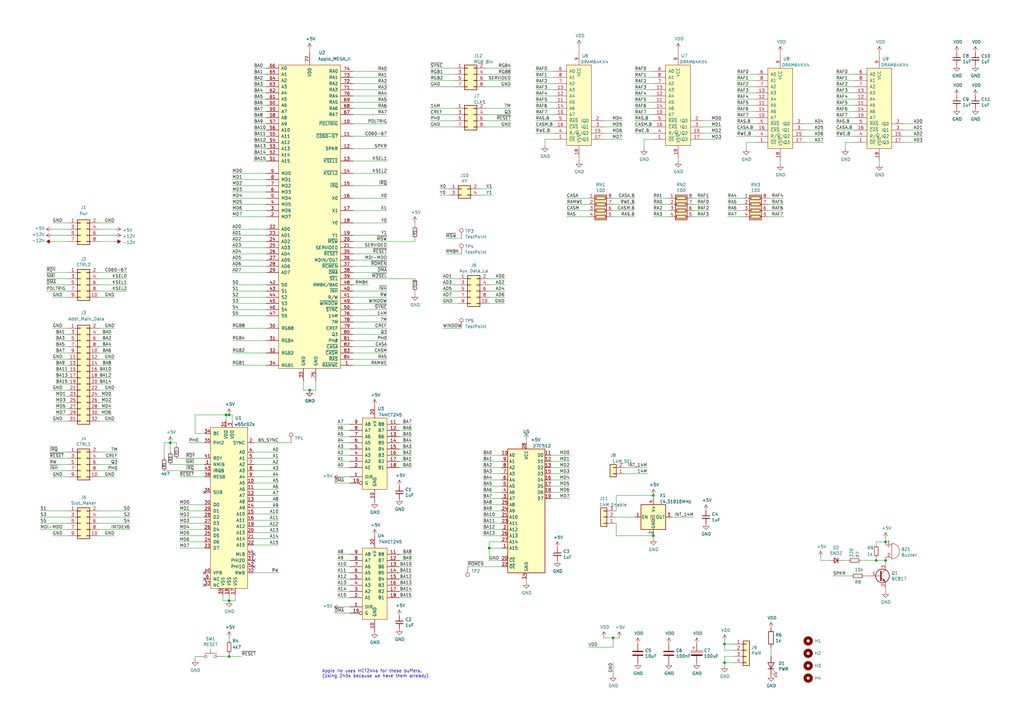
<source format=kicad_sch>
(kicad_sch (version 20230121) (generator eeschema)
  (paper "A3")
  (junction (at 93.98 269.24))
  (junction (at 359.41 229.87))
  (junction (at 69.85 181.61))
  (junction (at 363.22 229.87))
  (junction (at 363.22 222.25))
  (junction (at 93.98 170.18))
  (junction (at 297.18 264.16))
  (junction (at 92.71 170.18))
  (junction (at 297.18 271.78))
  (junction (at 251.46 261.62))
  (junction (at 93.98 246.38))
  (junction (at 200.66 224.79))
  (junction (at 267.97 203.2))
  (junction (at 267.97 219.71))
  (junction (at 127 160.02))
  (no_connect (at 83.82 201.93))
  (no_connect (at 83.82 237.49))
  (no_connect (at 83.82 240.03))
  (no_connect (at 83.82 234.95))
  (no_connect (at 104.14 232.41))
  (no_connect (at 104.14 227.33))
  (no_connect (at 104.14 229.87))
  (wire (pts (xy 267.97 29.21) (xy 260.35 29.21)))
  (wire (pts (xy 109.22 73.66) (xy 95.25 73.66)))
  (wire (pts (xy 227.33 52.07) (xy 219.71 52.07)))
  (wire (pts (xy 309.88 30.48) (xy 302.26 30.48)))
  (wire (pts (xy 80.01 269.24) (xy 80.01 270.51)))
  (wire (pts (xy 158.75 66.04) (xy 144.78 66.04)))
  (wire (pts (xy 158.75 119.38) (xy 144.78 119.38)))
  (wire (pts (xy 297.18 269.24) (xy 300.99 269.24)))
  (wire (pts (xy 163.83 229.87) (xy 168.91 229.87)))
  (wire (pts (xy 256.54 194.31) (xy 265.43 194.31)))
  (wire (pts (xy 109.22 76.2) (xy 95.25 76.2)))
  (wire (pts (xy 163.83 189.23) (xy 168.91 189.23)))
  (wire (pts (xy 219.71 49.53) (xy 227.33 49.53)))
  (wire (pts (xy 163.83 181.61) (xy 168.91 181.61)))
  (wire (pts (xy 205.74 219.71) (xy 198.12 219.71)))
  (wire (pts (xy 124.46 160.02) (xy 127 160.02)))
  (wire (pts (xy 104.14 210.82) (xy 114.3 210.82)))
  (wire (pts (xy 40.64 190.5) (xy 48.26 190.5)))
  (wire (pts (xy 83.82 224.79) (xy 73.66 224.79)))
  (wire (pts (xy 205.74 186.69) (xy 198.12 186.69)))
  (wire (pts (xy 226.06 194.31) (xy 233.68 194.31)))
  (wire (pts (xy 151.13 116.84) (xy 144.78 116.84)))
  (wire (pts (xy 27.94 219.71) (xy 21.59 219.71)))
  (wire (pts (xy 27.94 137.16) (xy 22.86 137.16)))
  (wire (pts (xy 199.39 52.07) (xy 209.55 52.07)))
  (wire (pts (xy 104.14 187.96) (xy 114.3 187.96)))
  (wire (pts (xy 304.8 83.82) (xy 298.45 83.82)))
  (wire (pts (xy 104.14 181.61) (xy 119.38 181.61)))
  (wire (pts (xy 309.88 35.56) (xy 302.26 35.56)))
  (wire (pts (xy 278.13 20.32) (xy 278.13 21.59)))
  (wire (pts (xy 163.83 227.33) (xy 168.91 227.33)))
  (wire (pts (xy 226.06 196.85) (xy 233.68 196.85)))
  (wire (pts (xy 27.94 154.94) (xy 22.86 154.94)))
  (wire (pts (xy 363.22 220.98) (xy 363.22 222.25)))
  (wire (pts (xy 109.22 43.18) (xy 104.14 43.18)))
  (wire (pts (xy 27.94 144.78) (xy 22.86 144.78)))
  (wire (pts (xy 158.75 31.75) (xy 144.78 31.75)))
  (wire (pts (xy 226.06 189.23) (xy 233.68 189.23)))
  (wire (pts (xy 191.77 232.41) (xy 205.74 232.41)))
  (wire (pts (xy 205.74 214.63) (xy 198.12 214.63)))
  (wire (pts (xy 83.82 195.58) (xy 73.66 195.58)))
  (wire (pts (xy 176.53 30.48) (xy 186.69 30.48)))
  (wire (pts (xy 77.47 181.61) (xy 83.82 181.61)))
  (wire (pts (xy 247.65 54.61) (xy 255.27 54.61)))
  (wire (pts (xy 109.22 109.22) (xy 95.25 109.22)))
  (wire (pts (xy 251.46 83.82) (xy 260.35 83.82)))
  (wire (pts (xy 45.72 162.56) (xy 40.64 162.56)))
  (wire (pts (xy 205.74 207.01) (xy 198.12 207.01)))
  (wire (pts (xy 158.75 44.45) (xy 144.78 44.45)))
  (wire (pts (xy 40.64 152.4) (xy 45.72 152.4)))
  (wire (pts (xy 186.69 35.56) (xy 176.53 35.56)))
  (wire (pts (xy 93.98 269.24) (xy 99.06 269.24)))
  (wire (pts (xy 187.96 124.46) (xy 181.61 124.46)))
  (wire (pts (xy 40.64 93.98) (xy 46.99 93.98)))
  (wire (pts (xy 350.52 43.18) (xy 342.9 43.18)))
  (wire (pts (xy 109.22 58.42) (xy 104.14 58.42)))
  (wire (pts (xy 104.14 234.95) (xy 114.3 234.95)))
  (wire (pts (xy 27.94 212.09) (xy 16.51 212.09)))
  (wire (pts (xy 40.64 187.96) (xy 48.26 187.96)))
  (wire (pts (xy 350.52 58.42) (xy 346.71 58.42)))
  (wire (pts (xy 163.83 184.15) (xy 168.91 184.15)))
  (wire (pts (xy 300.99 271.78) (xy 297.18 271.78)))
  (wire (pts (xy 93.98 267.97) (xy 93.98 269.24)))
  (wire (pts (xy 143.51 240.03) (xy 138.43 240.03)))
  (wire (pts (xy 309.88 58.42) (xy 306.07 58.42)))
  (wire (pts (xy 104.14 215.9) (xy 114.3 215.9)))
  (wire (pts (xy 342.9 50.8) (xy 350.52 50.8)))
  (wire (pts (xy 350.52 55.88) (xy 342.9 55.88)))
  (wire (pts (xy 370.84 53.34) (xy 378.46 53.34)))
  (wire (pts (xy 27.94 116.84) (xy 19.05 116.84)))
  (wire (pts (xy 104.14 193.04) (xy 114.3 193.04)))
  (wire (pts (xy 284.48 81.28) (xy 290.83 81.28)))
  (wire (pts (xy 158.75 139.7) (xy 144.78 139.7)))
  (wire (pts (xy 260.35 49.53) (xy 267.97 49.53)))
  (wire (pts (xy 297.18 269.24) (xy 297.18 271.78)))
  (wire (pts (xy 158.75 60.96) (xy 144.78 60.96)))
  (wire (pts (xy 309.88 43.18) (xy 302.26 43.18)))
  (wire (pts (xy 139.7 195.58) (xy 143.51 195.58)))
  (wire (pts (xy 137.16 198.12) (xy 143.51 198.12)))
  (wire (pts (xy 330.2 50.8) (xy 337.82 50.8)))
  (wire (pts (xy 158.75 127) (xy 144.78 127)))
  (wire (pts (xy 205.74 194.31) (xy 198.12 194.31)))
  (wire (pts (xy 109.22 60.96) (xy 104.14 60.96)))
  (wire (pts (xy 304.8 81.28) (xy 298.45 81.28)))
  (wire (pts (xy 143.51 173.99) (xy 138.43 173.99)))
  (wire (pts (xy 182.88 97.79) (xy 189.23 97.79)))
  (wire (pts (xy 350.52 35.56) (xy 342.9 35.56)))
  (wire (pts (xy 320.04 21.59) (xy 320.04 22.86)))
  (wire (pts (xy 330.2 58.42) (xy 337.82 58.42)))
  (wire (pts (xy 186.69 46.99) (xy 176.53 46.99)))
  (wire (pts (xy 52.07 111.76) (xy 40.64 111.76)))
  (wire (pts (xy 267.97 41.91) (xy 260.35 41.91)))
  (wire (pts (xy 40.64 147.32) (xy 46.99 147.32)))
  (wire (pts (xy 144.78 99.06) (xy 170.18 99.06)))
  (wire (pts (xy 187.96 114.3) (xy 181.61 114.3)))
  (wire (pts (xy 226.06 204.47) (xy 233.68 204.47)))
  (wire (pts (xy 267.97 219.71) (xy 267.97 220.98)))
  (wire (pts (xy 158.75 106.68) (xy 144.78 106.68)))
  (wire (pts (xy 91.44 246.38) (xy 93.98 246.38)))
  (wire (pts (xy 109.22 93.98) (xy 95.25 93.98)))
  (wire (pts (xy 27.94 142.24) (xy 22.86 142.24)))
  (wire (pts (xy 93.98 261.62) (xy 93.98 262.89)))
  (wire (pts (xy 40.64 167.64) (xy 45.72 167.64)))
  (wire (pts (xy 241.3 81.28) (xy 232.41 81.28)))
  (wire (pts (xy 109.22 63.5) (xy 104.14 63.5)))
  (wire (pts (xy 241.3 88.9) (xy 232.41 88.9)))
  (wire (pts (xy 83.82 212.09) (xy 73.66 212.09)))
  (wire (pts (xy 370.84 50.8) (xy 378.46 50.8)))
  (wire (pts (xy 201.93 80.01) (xy 196.85 80.01)))
  (wire (pts (xy 16.51 217.17) (xy 27.94 217.17)))
  (wire (pts (xy 200.66 114.3) (xy 207.01 114.3)))
  (wire (pts (xy 109.22 127) (xy 95.25 127)))
  (wire (pts (xy 267.97 57.15) (xy 264.16 57.15)))
  (wire (pts (xy 109.22 121.92) (xy 95.25 121.92)))
  (wire (pts (xy 227.33 29.21) (xy 219.71 29.21)))
  (wire (pts (xy 109.22 40.64) (xy 104.14 40.64)))
  (wire (pts (xy 302.26 53.34) (xy 309.88 53.34)))
  (wire (pts (xy 350.52 48.26) (xy 342.9 48.26)))
  (wire (pts (xy 67.31 181.61) (xy 69.85 181.61)))
  (wire (pts (xy 27.94 157.48) (xy 22.86 157.48)))
  (wire (pts (xy 346.71 58.42) (xy 346.71 60.96)))
  (wire (pts (xy 176.53 33.02) (xy 186.69 33.02)))
  (wire (pts (xy 199.39 35.56) (xy 209.55 35.56)))
  (wire (pts (xy 359.41 229.87) (xy 363.22 229.87)))
  (wire (pts (xy 274.32 86.36) (xy 267.97 86.36)))
  (wire (pts (xy 109.22 106.68) (xy 95.25 106.68)))
  (wire (pts (xy 158.75 111.76) (xy 144.78 111.76)))
  (wire (pts (xy 336.55 229.87) (xy 336.55 228.6)))
  (wire (pts (xy 143.51 245.11) (xy 138.43 245.11)))
  (wire (pts (xy 209.55 27.94) (xy 199.39 27.94)))
  (wire (pts (xy 278.13 64.77) (xy 278.13 66.04)))
  (wire (pts (xy 19.05 119.38) (xy 27.94 119.38)))
  (wire (pts (xy 158.75 36.83) (xy 144.78 36.83)))
  (wire (pts (xy 27.94 170.18) (xy 22.86 170.18)))
  (wire (pts (xy 251.46 261.62) (xy 247.65 261.62)))
  (wire (pts (xy 27.94 172.72) (xy 21.59 172.72)))
  (wire (pts (xy 104.14 185.42) (xy 114.3 185.42)))
  (wire (pts (xy 83.82 219.71) (xy 73.66 219.71)))
  (wire (pts (xy 176.53 27.94) (xy 186.69 27.94)))
  (wire (pts (xy 109.22 66.04) (xy 104.14 66.04)))
  (wire (pts (xy 275.59 212.09) (xy 284.48 212.09)))
  (wire (pts (xy 316.23 265.43) (xy 316.23 269.24)))
  (wire (pts (xy 158.75 96.52) (xy 144.78 96.52)))
  (wire (pts (xy 46.99 96.52) (xy 40.64 96.52)))
  (wire (pts (xy 227.33 44.45) (xy 219.71 44.45)))
  (wire (pts (xy 158.75 104.14) (xy 144.78 104.14)))
  (wire (pts (xy 83.82 187.96) (xy 72.39 187.96)))
  (wire (pts (xy 359.41 222.25) (xy 363.22 222.25)))
  (wire (pts (xy 109.22 83.82) (xy 95.25 83.82)))
  (wire (pts (xy 223.52 57.15) (xy 223.52 59.69)))
  (wire (pts (xy 143.51 234.95) (xy 138.43 234.95)))
  (wire (pts (xy 309.88 33.02) (xy 302.26 33.02)))
  (wire (pts (xy 205.74 229.87) (xy 200.66 229.87)))
  (wire (pts (xy 345.44 229.87) (xy 347.98 229.87)))
  (wire (pts (xy 370.84 55.88) (xy 378.46 55.88)))
  (wire (pts (xy 158.75 34.29) (xy 144.78 34.29)))
  (wire (pts (xy 205.74 191.77) (xy 198.12 191.77)))
  (wire (pts (xy 109.22 71.12) (xy 95.25 71.12)))
  (wire (pts (xy 143.51 229.87) (xy 138.43 229.87)))
  (wire (pts (xy 158.75 71.12) (xy 144.78 71.12)))
  (wire (pts (xy 40.64 212.09) (xy 53.34 212.09)))
  (wire (pts (xy 288.29 54.61) (xy 295.91 54.61)))
  (wire (pts (xy 297.18 271.78) (xy 297.18 273.05)))
  (wire (pts (xy 40.64 209.55) (xy 53.34 209.55)))
  (wire (pts (xy 227.33 54.61) (xy 219.71 54.61)))
  (wire (pts (xy 109.22 124.46) (xy 95.25 124.46)))
  (wire (pts (xy 267.97 39.37) (xy 260.35 39.37)))
  (wire (pts (xy 267.97 52.07) (xy 260.35 52.07)))
  (wire (pts (xy 163.83 240.03) (xy 168.91 240.03)))
  (wire (pts (xy 92.71 170.18) (xy 93.98 170.18)))
  (wire (pts (xy 40.64 195.58) (xy 46.99 195.58)))
  (wire (pts (xy 304.8 86.36) (xy 298.45 86.36)))
  (wire (pts (xy 306.07 58.42) (xy 306.07 60.96)))
  (wire (pts (xy 302.26 50.8) (xy 309.88 50.8)))
  (wire (pts (xy 109.22 38.1) (xy 104.14 38.1)))
  (wire (pts (xy 284.48 86.36) (xy 290.83 86.36)))
  (wire (pts (xy 163.83 176.53) (xy 168.91 176.53)))
  (wire (pts (xy 93.98 170.18) (xy 95.25 170.18)))
  (wire (pts (xy 52.07 114.3) (xy 40.64 114.3)))
  (wire (pts (xy 40.64 142.24) (xy 45.72 142.24)))
  (wire (pts (xy 109.22 55.88) (xy 104.14 55.88)))
  (wire (pts (xy 104.14 220.98) (xy 114.3 220.98)))
  (wire (pts (xy 187.96 116.84) (xy 181.61 116.84)))
  (wire (pts (xy 139.7 248.92) (xy 143.51 248.92)))
  (wire (pts (xy 21.59 96.52) (xy 27.94 96.52)))
  (wire (pts (xy 237.49 64.77) (xy 237.49 66.04)))
  (wire (pts (xy 186.69 49.53) (xy 176.53 49.53)))
  (wire (pts (xy 109.22 144.78) (xy 95.25 144.78)))
  (wire (pts (xy 252.73 219.71) (xy 267.97 219.71)))
  (wire (pts (xy 27.94 121.92) (xy 21.59 121.92)))
  (wire (pts (xy 215.9 180.34) (xy 215.9 181.61)))
  (wire (pts (xy 340.36 229.87) (xy 336.55 229.87)))
  (wire (pts (xy 40.64 121.92) (xy 46.99 121.92)))
  (wire (pts (xy 163.83 173.99) (xy 168.91 173.99)))
  (wire (pts (xy 158.75 55.88) (xy 144.78 55.88)))
  (wire (pts (xy 40.64 134.62) (xy 46.99 134.62)))
  (wire (pts (xy 109.22 104.14) (xy 95.25 104.14)))
  (wire (pts (xy 158.75 144.78) (xy 144.78 144.78)))
  (wire (pts (xy 158.75 147.32) (xy 144.78 147.32)))
  (wire (pts (xy 104.14 195.58) (xy 114.3 195.58)))
  (wire (pts (xy 27.94 185.42) (xy 20.32 185.42)))
  (wire (pts (xy 40.64 217.17) (xy 53.34 217.17)))
  (wire (pts (xy 163.83 245.11) (xy 168.91 245.11)))
  (wire (pts (xy 83.82 209.55) (xy 73.66 209.55)))
  (wire (pts (xy 40.64 99.06) (xy 46.99 99.06)))
  (wire (pts (xy 158.75 121.92) (xy 144.78 121.92)))
  (wire (pts (xy 314.96 81.28) (xy 321.31 81.28)))
  (wire (pts (xy 205.74 199.39) (xy 198.12 199.39)))
  (wire (pts (xy 124.46 156.21) (xy 124.46 160.02)))
  (wire (pts (xy 227.33 57.15) (xy 223.52 57.15)))
  (wire (pts (xy 109.22 81.28) (xy 95.25 81.28)))
  (wire (pts (xy 176.53 44.45) (xy 186.69 44.45)))
  (wire (pts (xy 252.73 203.2) (xy 267.97 203.2)))
  (wire (pts (xy 109.22 149.86) (xy 95.25 149.86)))
  (wire (pts (xy 200.66 119.38) (xy 207.01 119.38)))
  (wire (pts (xy 83.82 190.5) (xy 69.85 190.5)))
  (wire (pts (xy 360.68 66.04) (xy 360.68 67.31)))
  (wire (pts (xy 83.82 217.17) (xy 73.66 217.17)))
  (wire (pts (xy 205.74 212.09) (xy 198.12 212.09)))
  (wire (pts (xy 205.74 217.17) (xy 198.12 217.17)))
  (wire (pts (xy 232.41 86.36) (xy 241.3 86.36)))
  (wire (pts (xy 288.29 57.15) (xy 295.91 57.15)))
  (wire (pts (xy 143.51 176.53) (xy 138.43 176.53)))
  (wire (pts (xy 241.3 265.43) (xy 251.46 265.43)))
  (wire (pts (xy 27.94 134.62) (xy 21.59 134.62)))
  (wire (pts (xy 359.41 223.52) (xy 359.41 222.25)))
  (wire (pts (xy 215.9 237.49) (xy 215.9 238.76)))
  (wire (pts (xy 354.33 236.22) (xy 355.6 236.22)))
  (wire (pts (xy 27.94 152.4) (xy 22.86 152.4)))
  (wire (pts (xy 200.66 121.92) (xy 207.01 121.92)))
  (wire (pts (xy 158.75 132.08) (xy 144.78 132.08)))
  (wire (pts (xy 40.64 139.7) (xy 45.72 139.7)))
  (wire (pts (xy 22.86 165.1) (xy 27.94 165.1)))
  (wire (pts (xy 109.22 119.38) (xy 95.25 119.38)))
  (wire (pts (xy 158.75 81.28) (xy 144.78 81.28)))
  (wire (pts (xy 187.96 119.38) (xy 181.61 119.38)))
  (wire (pts (xy 251.46 88.9) (xy 260.35 88.9)))
  (wire (pts (xy 267.97 203.2) (xy 267.97 204.47)))
  (wire (pts (xy 143.51 186.69) (xy 138.43 186.69)))
  (wire (pts (xy 205.74 209.55) (xy 198.12 209.55)))
  (wire (pts (xy 158.75 101.6) (xy 144.78 101.6)))
  (wire (pts (xy 350.52 33.02) (xy 342.9 33.02)))
  (wire (pts (xy 309.88 55.88) (xy 302.26 55.88)))
  (wire (pts (xy 205.74 189.23) (xy 198.12 189.23)))
  (wire (pts (xy 40.64 154.94) (xy 45.72 154.94)))
  (wire (pts (xy 109.22 78.74) (xy 95.25 78.74)))
  (wire (pts (xy 184.15 80.01) (xy 180.34 80.01)))
  (wire (pts (xy 163.83 237.49) (xy 168.91 237.49)))
  (wire (pts (xy 350.52 38.1) (xy 342.9 38.1)))
  (wire (pts (xy 109.22 35.56) (xy 104.14 35.56)))
  (wire (pts (xy 27.94 187.96) (xy 20.32 187.96)))
  (wire (pts (xy 189.23 134.62) (xy 181.61 134.62)))
  (wire (pts (xy 109.22 134.62) (xy 95.25 134.62)))
  (wire (pts (xy 360.68 21.59) (xy 360.68 22.86)))
  (wire (pts (xy 143.51 181.61) (xy 138.43 181.61)))
  (wire (pts (xy 40.64 91.44) (xy 46.99 91.44)))
  (wire (pts (xy 40.64 214.63) (xy 53.34 214.63)))
  (wire (pts (xy 137.16 251.46) (xy 143.51 251.46)))
  (wire (pts (xy 300.99 266.7) (xy 297.18 266.7)))
  (wire (pts (xy 104.14 218.44) (xy 114.3 218.44)))
  (wire (pts (xy 67.31 187.96) (xy 67.31 181.61)))
  (wire (pts (xy 274.32 88.9) (xy 267.97 88.9)))
  (wire (pts (xy 199.39 46.99) (xy 209.55 46.99)))
  (wire (pts (xy 40.64 160.02) (xy 46.99 160.02)))
  (wire (pts (xy 158.75 124.46) (xy 144.78 124.46)))
  (wire (pts (xy 341.63 236.22) (xy 349.25 236.22)))
  (wire (pts (xy 158.75 129.54) (xy 144.78 129.54)))
  (wire (pts (xy 143.51 189.23) (xy 138.43 189.23)))
  (wire (pts (xy 80.01 177.8) (xy 80.01 170.18)))
  (wire (pts (xy 314.96 86.36) (xy 321.31 86.36)))
  (wire (pts (xy 227.33 41.91) (xy 219.71 41.91)))
  (wire (pts (xy 226.06 199.39) (xy 233.68 199.39)))
  (wire (pts (xy 363.22 229.87) (xy 363.22 228.6)))
  (wire (pts (xy 237.49 19.05) (xy 237.49 21.59)))
  (wire (pts (xy 109.22 53.34) (xy 104.14 53.34)))
  (wire (pts (xy 330.2 53.34) (xy 337.82 53.34)))
  (wire (pts (xy 284.48 88.9) (xy 290.83 88.9)))
  (wire (pts (xy 350.52 40.64) (xy 342.9 40.64)))
  (wire (pts (xy 96.52 246.38) (xy 96.52 243.84)))
  (wire (pts (xy 83.82 222.25) (xy 73.66 222.25)))
  (wire (pts (xy 27.94 190.5) (xy 20.32 190.5)))
  (wire (pts (xy 370.84 58.42) (xy 378.46 58.42)))
  (wire (pts (xy 330.2 55.88) (xy 337.82 55.88)))
  (wire (pts (xy 267.97 34.29) (xy 260.35 34.29)))
  (wire (pts (xy 80.01 170.18) (xy 92.71 170.18)))
  (wire (pts (xy 95.25 170.18) (xy 95.25 172.72)))
  (wire (pts (xy 209.55 33.02) (xy 199.39 33.02)))
  (wire (pts (xy 109.22 116.84) (xy 95.25 116.84)))
  (wire (pts (xy 158.75 50.8) (xy 144.78 50.8)))
  (wire (pts (xy 170.18 119.38) (xy 170.18 120.65)))
  (wire (pts (xy 127 160.02) (xy 129.54 160.02)))
  (wire (pts (xy 129.54 156.21) (xy 129.54 160.02)))
  (wire (pts (xy 127 20.32) (xy 127 21.59)))
  (wire (pts (xy 170.18 91.44) (xy 170.18 92.71)))
  (wire (pts (xy 297.18 266.7) (xy 297.18 264.16)))
  (wire (pts (xy 227.33 31.75) (xy 219.71 31.75)))
  (wire (pts (xy 83.82 177.8) (xy 80.01 177.8)))
  (wire (pts (xy 182.88 104.14) (xy 189.23 104.14)))
  (wire (pts (xy 205.74 222.25) (xy 200.66 222.25)))
  (wire (pts (xy 363.22 231.14) (xy 363.22 229.87)))
  (wire (pts (xy 342.9 53.34) (xy 350.52 53.34)))
  (wire (pts (xy 83.82 214.63) (xy 73.66 214.63)))
  (wire (pts (xy 163.83 242.57) (xy 168.91 242.57)))
  (wire (pts (xy 256.54 191.77) (xy 265.43 191.77)))
  (wire (pts (xy 363.22 222.25) (xy 363.22 223.52)))
  (wire (pts (xy 274.32 83.82) (xy 267.97 83.82)))
  (wire (pts (xy 251.46 276.86) (xy 251.46 271.78)))
  (wire (pts (xy 92.71 172.72) (xy 92.71 170.18)))
  (wire (pts (xy 264.16 57.15) (xy 264.16 60.96)))
  (wire (pts (xy 163.83 234.95) (xy 168.91 234.95)))
  (wire (pts (xy 104.14 200.66) (xy 114.3 200.66)))
  (wire (pts (xy 27.94 160.02) (xy 21.59 160.02)))
  (wire (pts (xy 27.94 195.58) (xy 21.59 195.58)))
  (wire (pts (xy 52.07 119.38) (xy 40.64 119.38)))
  (wire (pts (xy 254 261.62) (xy 251.46 261.62)))
  (wire (pts (xy 309.88 45.72) (xy 302.26 45.72)))
  (wire (pts (xy 274.32 81.28) (xy 267.97 81.28)))
  (wire (pts (xy 170.18 99.06) (xy 170.18 97.79)))
  (wire (pts (xy 91.44 243.84) (xy 91.44 246.38)))
  (wire (pts (xy 158.75 137.16) (xy 144.78 137.16)))
  (wire (pts (xy 104.14 203.2) (xy 114.3 203.2)))
  (wire (pts (xy 252.73 212.09) (xy 260.35 212.09)))
  (wire (pts (xy 252.73 214.63) (xy 252.73 219.71)))
  (wire (pts (xy 40.64 157.48) (xy 45.72 157.48)))
  (wire (pts (xy 144.78 114.3) (xy 170.18 114.3)))
  (wire (pts (xy 350.52 45.72) (xy 342.9 45.72)))
  (wire (pts (xy 109.22 111.76) (xy 95.25 111.76)))
  (wire (pts (xy 241.3 83.82) (xy 232.41 83.82)))
  (wire (pts (xy 227.33 39.37) (xy 219.71 39.37)))
  (wire (pts (xy 363.22 241.3) (xy 363.22 242.57)))
  (wire (pts (xy 267.97 54.61) (xy 260.35 54.61)))
  (wire (pts (xy 45.72 165.1) (xy 40.64 165.1)))
  (wire (pts (xy 284.48 83.82) (xy 290.83 83.82)))
  (wire (pts (xy 180.34 77.47) (xy 184.15 77.47)))
  (wire (pts (xy 186.69 52.07) (xy 176.53 52.07)))
  (wire (pts (xy 288.29 52.07) (xy 295.91 52.07)))
  (wire (pts (xy 205.74 204.47) (xy 198.12 204.47)))
  (wire (pts (xy 83.82 207.01) (xy 73.66 207.01)))
  (wire (pts (xy 309.88 38.1) (xy 302.26 38.1)))
  (wire (pts (xy 233.68 186.69) (xy 226.06 186.69)))
  (wire (pts (xy 143.51 191.77) (xy 138.43 191.77)))
  (wire (pts (xy 247.65 52.07) (xy 255.27 52.07)))
  (wire (pts (xy 109.22 88.9) (xy 95.25 88.9)))
  (wire (pts (xy 27.94 149.86) (xy 22.86 149.86)))
  (wire (pts (xy 27.94 139.7) (xy 22.86 139.7)))
  (wire (pts (xy 109.22 30.48) (xy 104.14 30.48)))
  (wire (pts (xy 109.22 50.8) (xy 104.14 50.8)))
  (wire (pts (xy 52.07 116.84) (xy 40.64 116.84)))
  (wire (pts (xy 104.14 198.12) (xy 114.3 198.12)))
  (wire (pts (xy 144.78 91.44) (xy 158.75 91.44)))
  (wire (pts (xy 104.14 223.52) (xy 114.3 223.52)))
  (wire (pts (xy 158.75 86.36) (xy 144.78 86.36)))
  (wire (pts (xy 40.64 144.78) (xy 45.72 144.78)))
  (wire (pts (xy 109.22 33.02) (xy 104.14 33.02)))
  (wire (pts (xy 40.64 170.18) (xy 45.72 170.18)))
  (wire (pts (xy 247.65 49.53) (xy 255.27 49.53)))
  (wire (pts (xy 40.64 149.86) (xy 45.72 149.86)))
  (wire (pts (xy 109.22 48.26) (xy 104.14 48.26)))
  (wire (pts (xy 144.78 134.62) (xy 158.75 134.62)))
  (wire (pts (xy 288.29 49.53) (xy 295.91 49.53)))
  (wire (pts (xy 104.14 190.5) (xy 114.3 190.5)))
  (wire (pts (xy 109.22 86.36) (xy 95.25 86.36)))
  (wire (pts (xy 205.74 196.85) (xy 198.12 196.85)))
  (wire (pts (xy 21.59 99.06) (xy 27.94 99.06)))
  (wire (pts (xy 40.64 193.04) (xy 48.26 193.04)))
  (wire (pts (xy 109.22 129.54) (xy 95.25 129.54)))
  (wire (pts (xy 27.94 214.63) (xy 16.51 214.63)))
  (wire (pts (xy 309.88 40.64) (xy 302.26 40.64)))
  (wire (pts (xy 104.14 205.74) (xy 114.3 205.74)))
  (wire (pts (xy 27.94 167.64) (xy 22.86 167.64)))
  (wire (pts (xy 93.98 269.24) (xy 91.44 269.24)))
  (wire (pts (xy 27.94 114.3) (xy 19.05 114.3)))
  (wire (pts (xy 251.46 86.36) (xy 260.35 86.36)))
  (wire (pts (xy 200.66 224.79) (xy 200.66 229.87)))
  (wire (pts (xy 20.32 193.04) (xy 27.94 193.04)))
  (wire (pts (xy 22.86 162.56) (xy 27.94 162.56)))
  (wire (pts (xy 27.94 147.32) (xy 21.59 147.32)))
  (wire (pts (xy 143.51 242.57) (xy 138.43 242.57)))
  (wire (pts (xy 226.06 201.93) (xy 233.68 201.93)))
  (wire (pts (xy 227.33 36.83) (xy 219.71 36.83)))
  (wire (pts (xy 21.59 93.98) (xy 27.94 93.98)))
  (wire (pts (xy 40.64 185.42) (xy 48.26 185.42)))
  (wire (pts (xy 251.46 265.43) (xy 251.46 261.62)))
  (wire (pts (xy 158.75 109.22) (xy 144.78 109.22)))
  (wire (pts (xy 69.85 181.61) (xy 72.39 181.61)))
  (wire (pts (xy 309.88 48.26) (xy 302.26 48.26)))
  (wire (pts (xy 304.8 88.9) (xy 298.45 88.9)))
  (wire (pts (xy 227.33 46.99) (xy 219.71 46.99)))
  (wire (pts (xy 143.51 232.41) (xy 138.43 232.41)))
  (wire (pts (xy 27.94 209.55) (xy 16.51 209.55)))
  (wire (pts (xy 109.22 101.6) (xy 95.25 101.6)))
  (wire (pts (xy 247.65 57.15) (xy 255.27 57.15)))
  (wire (pts (xy 158.75 46.99) (xy 144.78 46.99)))
  (wire (pts (xy 200.66 124.46) (xy 207.01 124.46)))
  (wire (pts (xy 359.41 228.6) (xy 359.41 229.87)))
  (wire (pts (xy 40.64 219.71) (xy 46.99 219.71)))
  (wire (pts (xy 104.14 213.36) (xy 114.3 213.36)))
  (wire (pts (xy 163.83 186.69) (xy 168.91 186.69)))
  (wire (pts (xy 300.99 264.16) (xy 297.18 264.16)))
  (wire (pts (xy 81.28 269.24) (xy 80.01 269.24)))
  (wire (pts (xy 109.22 45.72) (xy 104.14 45.72)))
  (wire (pts (xy 143.51 237.49) (xy 138.43 237.49)))
  (wire (pts (xy 201.93 77.47) (xy 196.85 77.47)))
  (wire (pts (xy 163.83 191.77) (xy 168.91 191.77)))
  (wire (pts (xy 158.75 142.24) (xy 144.78 142.24)))
  (wire (pts (xy 200.66 224.79) (xy 200.66 222.25)))
  (wire (pts (xy 267.97 44.45) (xy 260.35 44.45)))
  (wire (pts (xy 93.98 243.84) (xy 93.98 246.38)))
  (wire (pts (xy 199.39 49.53) (xy 209.55 49.53)))
  (wire (pts (xy 205.74 201.93) (xy 198.12 201.93)))
  (wire (pts (xy 143.51 184.15) (xy 138.43 184.15)))
  (wire (pts (xy 158.75 149.86) (xy 144.78 149.86)))
  (wire (pts (xy 226.06 191.77) (xy 233.68 191.77)))
  (wire (pts (xy 40.64 137.16) (xy 45.72 137.16)))
  (wire (pts (xy 353.06 229.87) (xy 359.41 229.87)))
  (wire (pts (xy 267.97 31.75) (xy 260.35 31.75)))
  (wire (pts (xy 199.39 44.45) (xy 209.55 44.45)))
  (wire (pts (xy 27.94 111.76) (xy 19.05 111.76)))
  (wire (pts (xy 163.83 179.07) (xy 168.91 179.07)))
  (wire (pts (xy 69.85 181.61) (xy 69.85 185.42)))
  (wire (pts (xy 40.64 172.72) (xy 46.99 172.72)))
  (wire (pts (xy 104.14 208.28) (xy 114.3 208.28)))
  (wire (pts (xy 314.96 83.82) (xy 321.31 83.82)))
  (wire (pts (xy 83.82 193.04) (xy 67.31 193.04)))
  (wire (pts (xy 21.59 91.44) (xy 27.94 91.44)))
  (wire (pts (xy 267.97 46.99) (xy 260.35 46.99)))
  (wire (pts (xy 109.22 96.52) (xy 95.25 96.52)))
  (wire (pts (xy 209.55 30.48) (xy 199.39 30.48)))
  (wire (pts (xy 158.75 76.2) (xy 144.78 76.2)))
  (wire (pts (xy 158.75 41.91) (xy 144.78 41.91)))
  (wire (pts (xy 252.73 209.55) (xy 252.73 203.2)))
  (wire (pts (xy 251.46 81.28) (xy 260.35 81.28)))
  (wire (pts (xy 158.75 39.37) (xy 144.78 39.37)))
  (wire (pts (xy 143.51 227.33) (xy 138.43 227.33)))
  (wire (pts (xy 72.39 181.61) (xy 72.39 182.88)))
  (wire (pts (xy 109.22 27.94) (xy 104.14 27.94)))
  (wire (pts (xy 297.18 264.16) (xy 297.18 262.89)))
  (wire (pts (xy 93.98 246.38) (xy 96.52 246.38)))
  (wire (pts (xy 109.22 139.7) (xy 95.25 139.7)))
  (wire (pts (xy 227.33 34.29) (xy 219.71 34.29)))
  (wire (pts (xy 143.51 179.07) (xy 138.43 179.07)))
  (wire (pts (xy 109.22 99.06) (xy 95.25 99.06)))
  (wire (pts (xy 320.04 66.04) (xy 320.04 67.31)))
  (wire (pts (xy 314.96 88.9) (xy 321.31 88.9)))
  (wire (pts (xy 200.66 116.84) (xy 207.01 116.84)))
  (wire (pts (xy 350.52 30.48) (xy 342.9 30.48)))
  (wire (pts (xy 205.74 224.79) (xy 200.66 224.79)))
  (wire (pts (xy 187.96 121.92) (xy 181.61 121.92)))
  (wire (pts (xy 267.97 36.83) (xy 260.35 36.83)))
  (wire (pts (xy 163.83 232.41) (xy 168.91 232.41)))
  (wire (pts (xy 158.75 29.21) (xy 144.78 29.21)))
  (text "Apple IIe uses HCT244s for these buffers.\n(Using 245s because we have them already)" (at 132.08 278.13 0) (effects (font (size 1.27 1.27)) (justify left bottom)))
  (label "RAF6" (at 321.31 86.36 180))
  (label "GND" (at 46.99 195.58 180))
  (label "AD2" (at 95.25 99.06 0))
  (label "GND" (at 46.99 134.62 180))
  (label "MD3" (at 295.91 57.15 180))
  (label "GND" (at 21.59 195.58 0))
  (label "RWE.B" (at 260.35 54.61 0))
  (label "~{MSW}" (at 182.88 97.79 0))
  (label "RA1" (at 267.97 81.28 0))
  (label "MD7" (at 255.27 57.15 180))
  (label "C060-67" (at 52.07 111.76 180))
  (label "BA6" (at 104.14 43.18 0))
  (label "GND" (at 46.99 121.92 180))
  (label "GND" (at 21.59 121.92 0))
  (label "65_SYNC" (at 114.3 181.61 180))
  (label "MD0" (at 45.72 162.56 180))
  (label "GND" (at 176.53 35.56 0))
  (label "RAF1" (at 290.83 81.28 180))
  (label "BA0" (at 104.14 27.94 0))
  (label "MD2" (at 233.68 191.77 180))
  (label "RGB1" (at 176.53 30.48 0))
  (label "~{IRQ}" (at 76.2 193.04 0))
  (label "MD2" (at 95.25 76.2 0))
  (label "RA1" (at 158.75 31.75 180))
  (label "7M" (at 209.55 44.45 180))
  (label "RA5" (at 158.75 41.91 180))
  (label "A9" (at 114.3 208.28 180))
  (label "GND" (at 207.01 124.46 180))
  (label "CASA.B" (at 260.35 81.28 180))
  (label "MD2" (at 45.72 165.1 180))
  (label "Y1" (at 201.93 80.01 180))
  (label "A15" (at 114.3 223.52 180))
  (label "RA3" (at 158.75 36.83 180))
  (label "MD3" (at 233.68 194.31 180))
  (label "INT_14M" (at 265.43 191.77 180))
  (label "Y0" (at 180.34 80.01 0))
  (label "X1" (at 158.75 86.36 180))
  (label "RAF0" (at 219.71 29.21 0))
  (label "MD4" (at 73.66 217.17 0))
  (label "~{INH}" (at 20.32 193.04 0))
  (label "RWE.B" (at 260.35 83.82 180))
  (label "BA14" (at 45.72 157.48 180))
  (label "RAS.B" (at 302.26 50.8 0))
  (label "AD6" (at 337.82 55.88 180))
  (label "BA5" (at 104.14 40.64 0))
  (label "SPKR" (at 341.63 236.22 0))
  (label "~{ROMEN}" (at 191.77 232.41 0))
  (label "RAS.B" (at 342.9 50.8 0))
  (label "CREF" (at 176.53 46.99 0))
  (label "RAF7" (at 321.31 88.9 180))
  (label "BA1" (at 22.86 137.16 0))
  (label "RAMWE" (at 232.41 83.82 0))
  (label "MD5" (at 255.27 52.07 180))
  (label "GND" (at 21.59 134.62 0))
  (label "~{SYNC}" (at 176.53 27.94 0))
  (label "BA13" (at 104.14 60.96 0))
  (label "AD3" (at 95.25 101.6 0))
  (label "GND" (at 46.99 160.02 180))
  (label "CASM" (at 232.41 86.36 0))
  (label "Q3" (at 158.75 137.16 180))
  (label "MD3" (at 22.86 165.1 0))
  (label "BA6" (at 45.72 144.78 180))
  (label "A9" (at 138.43 229.87 0))
  (label "MD7" (at 233.68 204.47 180))
  (label "AD4" (at 337.82 50.8 180))
  (label "~{RESET}" (at 209.55 49.53 180))
  (label "RAS" (at 158.75 147.32 180))
  (label "RA2" (at 158.75 34.29 180))
  (label "GND" (at 46.99 91.44 180))
  (label "RAMWE" (at 158.75 149.86 180))
  (label "MD4" (at 45.72 167.64 180))
  (label "RGB4" (at 95.25 139.7 0))
  (label "BA0" (at 198.12 186.69 0))
  (label "RAS.B" (at 219.71 49.53 0))
  (label "AD2" (at 207.01 116.84 180))
  (label "SERVIDEO" (at 209.55 33.02 180))
  (label "S1" (at 95.25 119.38 0))
  (label "~{DMA}" (at 158.75 111.76 180))
  (label "BA4" (at 104.14 38.1 0))
  (label "BA15" (at 168.91 245.11 180))
  (label "RGB2" (at 95.25 144.78 0))
  (label "MD1" (at 295.91 52.07 180))
  (label "GND" (at 181.61 124.46 0))
  (label "A7" (at 138.43 173.99 0))
  (label "GND" (at 21.59 172.72 0))
  (label "MD6" (at 73.66 222.25 0))
  (label "RA4" (at 298.45 81.28 0))
  (label "RGB4" (at 209.55 27.94 180))
  (label "BA6" (at 168.91 176.53 180))
  (label "RMBK" (at 182.88 104.14 0))
  (label "BA3" (at 104.14 35.56 0))
  (label "~{SYNC}" (at 158.75 127 180))
  (label "S4" (at 53.34 214.63 180))
  (label "RGB8" (at 95.25 134.62 0))
  (label "A0" (at 138.43 191.77 0))
  (label "BA12" (at 104.14 58.42 0))
  (label "RWE.B" (at 219.71 54.61 0))
  (label "RMBK" (at 151.13 116.84 180))
  (label "BA8" (at 104.14 48.26 0))
  (label "MD2" (at 295.91 54.61 180))
  (label "~{NMI}" (at 19.05 114.3 0))
  (label "S1" (at 16.51 209.55 0))
  (label "A5" (at 114.3 198.12 180))
  (label "AD6" (at 95.25 109.22 0))
  (label "A14" (at 114.3 220.98 180))
  (label "BA2" (at 104.14 33.02 0))
  (label "A12" (at 114.3 215.9 180))
  (label "MD0" (at 295.91 49.53 180))
  (label "Q3" (at 209.55 46.99 180))
  (label "GND" (at 21.59 219.71 0))
  (label "A13" (at 138.43 240.03 0))
  (label "BA1" (at 168.91 189.23 180))
  (label "~{DMA}" (at 137.16 251.46 0))
  (label "AD1" (at 95.25 96.52 0))
  (label "VDD" (at 241.3 265.43 0))
  (label "CASA.B" (at 302.26 53.34 0))
  (label "GND" (at 46.99 219.71 180))
  (label "BA6" (at 198.12 201.93 0))
  (label "Y1" (at 158.75 96.52 180))
  (label "RA6" (at 158.75 44.45 180))
  (label "RAF3" (at 302.26 38.1 0))
  (label "RAF4" (at 260.35 39.37 0))
  (label "~{M2SEL}" (at 158.75 114.3 180))
  (label "MD7" (at 73.66 224.79 0))
  (label "RA4" (at 158.75 39.37 180))
  (label "RAF4" (at 302.26 40.64 0))
  (label "Y0" (at 158.75 91.44 180))
  (label "A8" (at 138.43 227.33 0))
  (label "A10" (at 138.43 232.41 0))
  (label "BA13" (at 198.12 219.71 0))
  (label "RAF4" (at 321.31 81.28 180))
  (label "BA0" (at 45.72 137.16 180))
  (label "KSEL0" (at 52.07 114.3 180))
  (label "RAS.B" (at 260.35 49.53 0))
  (label "BA8" (at 168.91 227.33 180))
  (label "X0" (at 180.34 77.47 0))
  (label "AD0" (at 95.25 93.98 0))
  (label "S0" (at 53.34 209.55 180))
  (label "RAS" (at 232.41 88.9 0))
  (label "~{DMA}" (at 137.16 198.12 0))
  (label "MD0" (at 233.68 186.69 180))
  (label "RAF2" (at 260.35 34.29 0))
  (label "14M" (at 176.53 44.45 0))
  (label "RAF5" (at 321.31 83.82 180))
  (label "BA9" (at 22.86 149.86 0))
  (label "CASM.B" (at 260.35 86.36 180))
  (label "WINDOW" (at 158.75 124.46 180))
  (label "RAF7" (at 342.9 48.26 0))
  (label "7M" (at 158.75 132.08 180))
  (label "GND" (at 209.55 52.07 180))
  (label "CASM" (at 158.75 144.78 180))
  (label "RAF0" (at 302.26 30.48 0))
  (label "RA0" (at 158.75 29.21 180))
  (label "PH0" (at 77.47 181.61 0))
  (label "BA11" (at 22.86 152.4 0))
  (label "~{ROMEN}" (at 158.75 109.22 180))
  (label "MD0" (at 95.25 71.12 0))
  (label "MD7" (at 22.86 170.18 0))
  (label "S3" (at 16.51 212.09 0))
  (label "A11" (at 114.3 213.36 180))
  (label "14M" (at 158.75 129.54 180))
  (label "GND" (at 209.55 35.56 180))
  (label "BA10" (at 168.91 232.41 180))
  (label "BA12" (at 198.12 217.17 0))
  (label "A3" (at 114.3 193.04 180))
  (label "AD0" (at 378.46 50.8 180))
  (label "RA2" (at 267.97 86.36 0))
  (label "BA1" (at 104.14 30.48 0))
  (label "AD6" (at 207.01 121.92 180))
  (label "AD1" (at 378.46 53.34 180))
  (label "AD3" (at 181.61 116.84 0))
  (label "A4" (at 114.3 195.58 180))
  (label "GND" (at 46.99 147.32 180))
  (label "MD4" (at 233.68 196.85 180))
  (label "RW" (at 20.32 190.5 0))
  (label "RAF5" (at 260.35 41.91 0))
  (label "CASM.B" (at 260.35 52.07 0))
  (label "RAF6" (at 302.26 45.72 0))
  (label "BA1" (at 198.12 189.23 0))
  (label "BA2" (at 198.12 191.77 0))
  (label "A1" (at 138.43 189.23 0))
  (label "AD4" (at 207.01 119.38 180))
  (label "BA5" (at 168.91 179.07 180))
  (label "CASA" (at 158.75 142.24 180))
  (label "BA3" (at 168.91 184.15 180))
  (label "GND" (at 21.59 91.44 0))
  (label "~{RESET}" (at 99.06 269.24 0))
  (label "~{RDY}" (at 76.2 187.96 0))
  (label "BA15" (at 22.86 157.48 0))
  (label "BA12" (at 45.72 154.94 180))
  (label "AD5" (at 181.61 119.38 0))
  (label "CASM.B" (at 219.71 52.07 0))
  (label "A11" (at 138.43 234.95 0))
  (label "GND" (at 46.99 172.72 180))
  (label "X1" (at 201.93 77.47 180))
  (label "RA7" (at 158.75 46.99 180))
  (label "MD5" (at 73.66 219.71 0))
  (label "A6" (at 138.43 176.53 0))
  (label "MD6" (at 233.68 201.93 180))
  (label "AD5" (at 95.25 106.68 0))
  (label "MD2" (at 73.66 212.09 0))
  (label "RAF5" (at 219.71 41.91 0))
  (label "RWE.B" (at 302.26 55.88 0))
  (label "A4" (at 138.43 181.61 0))
  (label "RAF7" (at 219.71 46.99 0))
  (label "BA13" (at 22.86 154.94 0))
  (label "MD1" (at 22.86 162.56 0))
  (label "PDLTRIG" (at 19.05 119.38 0))
  (label "RGB8" (at 209.55 30.48 180))
  (label "S3" (at 95.25 124.46 0))
  (label "BA3" (at 198.12 194.31 0))
  (label "~{IRQ}" (at 158.75 76.2 180))
  (label "SPKR" (at 158.75 60.96 180))
  (label "RAF7" (at 260.35 46.99 0))
  (label "AD3" (at 378.46 58.42 180))
  (label "A8" (at 114.3 205.74 180))
  (label "AD7" (at 181.61 121.92 0))
  (label "RAF2" (at 342.9 35.56 0))
  (label "RAS.B" (at 260.35 88.9 180))
  (label "AD0" (at 207.01 114.3 180))
  (label "CREF" (at 48.26 187.96 180))
  (label "RAF3" (at 260.35 36.83 0))
  (label "S5" (at 16.51 214.63 0))
  (label "MD0" (at 73.66 207.01 0))
  (label "BA7" (at 22.86 144.78 0))
  (label "WINDOW" (at 181.61 134.62 0))
  (label "AD7" (at 95.25 111.76 0))
  (label "RA3" (at 267.97 88.9 0))
  (label "~{INH}" (at 158.75 119.38 180))
  (label "MD3" (at 95.25 78.74 0))
  (label "CREF" (at 158.75 134.62 180))
  (label "A3" (at 138.43 184.15 0))
  (label "MDI-MDO" (at 16.51 217.17 0))
  (label "RGB2" (at 176.53 33.02 0))
  (label "PH0" (at 158.75 139.7 180))
  (label "BA10" (at 45.72 152.4 180))
  (label "CASA.B" (at 342.9 53.34 0))
  (label "BA2" (at 45.72 139.7 180))
  (label "BA4" (at 168.91 181.61 180))
  (label "PDLTRIG" (at 158.75 50.8 180))
  (label "BA8" (at 198.12 207.01 0))
  (label "BA11" (at 104.14 55.88 0))
  (label "AD7" (at 337.82 58.42 180))
  (label "~{NMI}" (at 76.2 190.5 0))
  (label "AD5" (at 337.82 53.34 180))
  (label "KSEL2" (at 158.75 71.12 180))
  (label "MD1" (at 95.25 73.66 0))
  (label "PH0" (at 176.53 49.53 0))
  (label "A10" (at 114.3 210.82 180))
  (label "BA5" (at 198.12 199.39 0))
  (label "BA7" (at 168.91 173.99 180))
  (label "RGB1" (at 95.25 149.86 0))
  (label "RAF5" (at 342.9 43.18 0))
  (label "RA7" (at 298.45 88.9 0))
  (label "PH0" (at 48.26 193.04 180))
  (label "A1" (at 114.3 187.96 180))
  (label "BA12" (at 168.91 237.49 180))
  (label "RAF3" (at 219.71 36.83 0))
  (label "RWE.B" (at 342.9 55.88 0))
  (label "X0" (at 158.75 81.28 180))
  (label "RA0" (at 267.97 83.82 0))
  (label "S5" (at 95.25 129.54 0))
  (label "RAF6" (at 342.9 45.72 0))
  (label "RAF4" (at 342.9 40.64 0))
  (label "S4" (at 95.25 127 0))
  (label "A5" (at 138.43 179.07 0))
  (label "BA9" (at 104.14 50.8 0))
  (label "7M" (at 48.26 185.42 180))
  (label "RAF3" (at 342.9 38.1 0))
  (label "MDI-MDO" (at 158.75 106.68 180))
  (label "A13" (at 114.3 218.44 180))
  (label "CASA" (at 232.41 81.28 0))
  (label "~{RESET}" (at 73.66 195.58 0))
  (label "BA15" (at 104.14 66.04 0))
  (label "RAF1" (at 260.35 31.75 0))
  (label "RAF2" (at 302.26 35.56 0))
  (label "BA13" (at 168.91 240.03 180))
  (label "~{RESET}" (at 158.75 104.14 180))
  (label "INT_14M" (at 284.48 212.09 180))
  (label "~{RDY}" (at 19.05 111.76 0))
  (label "AD1" (at 181.61 114.3 0))
  (label "A14" (at 138.43 242.57 0))
  (label "BA10" (at 198.12 212.09 0))
  (label "MD5" (at 22.86 167.64 0))
  (label "RAF4" (at 219.71 39.37 0))
  (label "KSEL1" (at 52.07 116.84 180))
  (label "MD3" (at 73.66 214.63 0))
  (label "RAF1" (at 342.9 33.02 0))
  (label "BA5" (at 22.86 142.24 0))
  (label "RAF2" (at 219.71 34.29 0))
  (label "MD1" (at 73.66 209.55 0))
  (label "A15" (at 138.43 245.11 0))
  (label "BA14" (at 104.14 63.5 0))
  (label "MD4" (at 255.27 49.53 180))
  (label "BA14" (at 168.91 242.57 180))
  (label "A2" (at 114.3 190.5 180))
  (label "BA4" (at 198.12 196.85 0))
  (label "RW" (at 158.75 121.92 180))
  (label "RAF0" (at 260.35 29.21 0))
  (label "A7" (at 114.3 203.2 180))
  (label "RAF1" (at 219.71 31.75 0))
  (label "BA2" (at 168.91 186.69 180))
  (label "RAF3" (at 290.83 88.9 180))
  (label "~{DMA}" (at 19.05 116.84 0))
  (label "MD5" (at 95.25 83.82 0))
  (label "S2" (at 95.25 121.92 0))
  (label "GND" (at 21.59 147.32 0))
  (label "A2" (at 138.43 186.69 0))
  (label "BA0" (at 168.91 191.77 180))
  (label "Q3" (at 48.26 190.5 180))
  (label "BA7" (at 198.12 204.47 0))
  (label "KSEL2" (at 52.07 119.38 180))
  (label "RA6" (at 298.45 86.36 0))
  (label "GND" (at 200.66 229.87 0))
  (label "S0" (at 95.25 116.84 0))
  (label "AD2" (at 378.46 55.88 180))
  (label "RA5" (at 298.45 83.82 0))
  (label "MD5" (at 233.68 199.39 180))
  (label "KSEL1" (at 158.75 66.04 180))
  (label "~{MSW}" (at 158.75 99.06 180))
  (label "GND" (at 21.59 160.02 0))
  (label "RAF2" (at 290.83 86.36 180))
  (label "MD4" (at 95.25 81.28 0))
  (label "GND" (at 176.53 52.07 0))
  (label "AD4" (at 95.25 104.14 0))
  (label "~{IRQ}" (at 20.32 185.42 0))
  (label "14M" (at 265.43 194.31 180))
  (label "RW" (at 114.3 234.95 180))
  (label "BA4" (at 45.72 142.24 180))
  (label "A0" (at 114.3 185.42 180))
  (label "MD6" (at 95.25 86.36 0))
  (label "BA9" (at 198.12 209.55 0))
  (label "A12" (at 138.43 237.49 0))
  (label "RAF1" (at 302.26 33.02 0))
  (label "SERVIDEO" (at 158.75 101.6 180))
  (label "RAF6" (at 219.71 44.45 0))
  (label "RAF5" (at 302.26 43.18 0))
  (label "GND" (at 251.46 271.78 270))
  (label "BA10" (at 104.14 53.34 0))
  (label "BA7" (at 104.14 45.72 0))
  (label "A6" (at 114.3 200.66 180))
  (label "MD6" (at 255.27 54.61 180))
  (label "INTDEV6" (at 53.34 217.17 180))
  (label "MD1" (at 233.68 189.23 180))
  (label "BA3" (at 22.86 139.7 0))
  (label "RAF0" (at 290.83 83.82 180))
  (label "RAF6" (at 260.35 44.45 0))
  (label "MD7" (at 95.25 88.9 0))
  (label "BA11" (at 198.12 214.63 0))
  (label "RAF0" (at 342.9 30.48 0))
  (label "BA8" (at 45.72 149.86 180))
  (label "MD6" (at 45.72 170.18 180))
  (label "RAF7" (at 302.26 48.26 0))
  (label "BA11" (at 168.91 234.95 180))
  (label "~{RESET}" (at 20.32 187.96 0))
  (label "S2" (at 53.34 212.09 180))
  (label "C060-67" (at 158.75 55.88 180))
  (label "BA9" (at 168.91 229.87 180))
  (symbol (lib_id "Apple_IIgs_Symbols:Apple_MEGA_II") (at 127 88.9 0) (unit 1)
    (property "Reference" "U2" (at 132.08 21.59 0))
    (property "Value" "Apple_MEGA_II" (at 137.16 24.13 0))
    (property "Footprint" "Package_LCC:PLCC-84_THT-Socket" (effects hide))
    (property "MFN" "940-44-084-24-000000" (effects hide))
    (property "SPN" "84K7212" (effects hide))
    (property "Supplier" "Newark US" (effects hide))
  )
  (symbol (lib_id "power:GND") (at 251.46 276.86 0) (unit 1)
    (property "Reference" "#PWR034" (effects hide))
    (property "Value" "GND" (at 251.587 281.2542 0))
  )
  (symbol (lib_id "power:VDD") (at 247.65 261.62 0) (unit 1)
    (property "Reference" "#PWR031" (effects hide))
    (property "Value" "VDD" (at 248.0818 257.2258 0))
  )
  (symbol (lib_id "Device:C") (at 274.32 267.97 0) (unit 1)
    (property "Reference" "C6" (at 277.241 266.8016 0) (effects (justify left)))
    (property "Value" "100nF" (at 277.241 269.113 0) (effects (justify left)))
    (property "Footprint" "Capacitor_SMD:C_0805_2012Metric" (effects hide))
  )
  (symbol (lib_id "Device:R") (at 316.23 261.62 0) (unit 1)
    (property "Reference" "R6" (at 318.008 260.4516 0) (effects (justify left)))
    (property "Value" "1k" (at 318.008 262.763 0) (effects (justify left)))
    (property "Footprint" "Resistor_SMD:R_0805_2012Metric" (effects hide))
  )
  (symbol (lib_id "Device:LED") (at 316.23 273.05 90) (unit 1)
    (property "Reference" "D1" (at 319.2272 272.0848 90) (effects (justify right)))
    (property "Value" "PWR" (at 319.2272 274.3962 90) (effects (justify right)))
    (property "Footprint" "LED_SMD:LED_1206_3216Metric" (effects hide))
  )
  (symbol (lib_id "Device:C_Polarized") (at 285.75 267.97 0) (unit 1)
    (property "Reference" "C7" (at 288.671 266.8016 0) (effects (justify left)))
    (property "Value" "100uF" (at 288.671 269.113 0) (effects (justify left)))
    (property "Footprint" "Capacitor_Tantalum_SMD:CP_EIA-3216-18_Kemet-A_Pad1.58x1.35mm_HandSolder" (effects hide))
  )
  (symbol (lib_id "power:GND") (at 274.32 271.78 0) (unit 1)
    (property "Reference" "#PWR042" (effects hide))
    (property "Value" "GND" (at 274.447 276.1742 0))
  )
  (symbol (lib_id "power:GND") (at 285.75 271.78 0) (unit 1)
    (property "Reference" "#PWR046" (effects hide))
    (property "Value" "GND" (at 285.877 276.1742 0))
  )
  (symbol (lib_id "power:VDD") (at 274.32 264.16 0) (unit 1)
    (property "Reference" "#PWR041" (effects hide))
    (property "Value" "VDD" (at 274.7518 259.7658 0))
  )
  (symbol (lib_id "power:VDD") (at 285.75 264.16 0) (unit 1)
    (property "Reference" "#PWR045" (effects hide))
    (property "Value" "VDD" (at 286.1818 259.7658 0))
  )
  (symbol (lib_id "power:VDD") (at 316.23 257.81 0) (unit 1)
    (property "Reference" "#PWR050" (effects hide))
    (property "Value" "VDD" (at 316.6618 253.4158 0))
  )
  (symbol (lib_id "power:GND") (at 316.23 276.86 0) (unit 1)
    (property "Reference" "#PWR051" (effects hide))
    (property "Value" "GND" (at 316.357 281.2542 0))
  )
  (symbol (lib_id "Mechanical:MountingHole") (at 331.47 262.89 0) (unit 1)
    (property "Reference" "H1" (at 334.01 262.89 0) (effects (justify left)))
    (property "Value" "MountingHole" (effects hide))
    (property "Footprint" "MountingHole:MountingHole_2.5mm" (effects hide))
  )
  (symbol (lib_id "Mechanical:MountingHole") (at 331.47 267.97 0) (unit 1)
    (property "Reference" "H2" (at 334.01 267.97 0) (effects (justify left)))
    (property "Value" "MountingHole" (effects hide))
    (property "Footprint" "MountingHole:MountingHole_2.5mm" (effects hide))
  )
  (symbol (lib_id "Mechanical:MountingHole") (at 331.47 273.05 0) (unit 1)
    (property "Reference" "H3" (at 334.01 273.05 0) (effects (justify left)))
    (property "Value" "MountingHole" (effects hide))
    (property "Footprint" "MountingHole:MountingHole_2.5mm" (effects hide))
  )
  (symbol (lib_id "Mechanical:MountingHole") (at 331.47 278.13 0) (unit 1)
    (property "Reference" "H4" (at 334.01 278.13 0) (effects (justify left)))
    (property "Value" "MountingHole" (effects hide))
    (property "Footprint" "MountingHole:MountingHole_2.5mm" (effects hide))
  )
  (symbol (lib_id "Apple_IIgs_Symbols:DRAM64KX4") (at 360.68 44.45 0) (unit 1)
    (property "Reference" "U9" (at 363.22 24.13 0))
    (property "Value" "DRAM64KX4" (at 367.03 26.67 0))
    (property "Footprint" "Package_DIP:DIP-18_W7.62mm_Socket_LongPads" (effects hide))
  )
  (symbol (lib_id "Apple_IIgs_Symbols:DRAM64KX4") (at 320.04 44.45 0) (unit 1)
    (property "Reference" "U8" (at 322.58 24.13 0))
    (property "Value" "DRAM64KX4" (at 326.39 26.67 0))
    (property "Footprint" "Package_DIP:DIP-18_W7.62mm_Socket_LongPads" (effects hide))
  )
  (symbol (lib_id "Apple_IIgs_Symbols:DRAM64KX4") (at 278.13 43.18 0) (unit 1)
    (property "Reference" "U7" (at 280.67 22.86 0))
    (property "Value" "DRAM64KX4" (at 284.48 25.4 0))
    (property "Footprint" "Package_DIP:DIP-18_W7.62mm_Socket_LongPads" (effects hide))
  )
  (symbol (lib_id "Apple_IIgs_Symbols:DRAM64KX4") (at 237.49 43.18 0) (unit 1)
    (property "Reference" "U6" (at 240.03 22.86 0))
    (property "Value" "DRAM64KX4" (at 243.84 25.4 0))
    (property "Footprint" "Package_DIP:DIP-18_W7.62mm_Socket_LongPads" (effects hide))
  )
  (symbol (lib_id "Connector_Generic:Conn_01x04") (at 306.07 266.7 0) (unit 1)
    (property "Reference" "J9" (at 308.102 265.6332 0) (effects (justify left)))
    (property "Value" "PWR" (at 308.102 267.9446 0) (effects (justify left)))
    (property "Footprint" "Connector_PinHeader_2.54mm:PinHeader_1x04_P2.54mm_Vertical" (effects hide))
  )
  (symbol (lib_id "power:VDD") (at 297.18 262.89 0) (unit 1)
    (property "Reference" "#PWR047" (effects hide))
    (property "Value" "VDD" (at 297.6118 258.4958 0))
  )
  (symbol (lib_id "power:GND") (at 297.18 273.05 0) (unit 1)
    (property "Reference" "#PWR048" (effects hide))
    (property "Value" "GND" (at 297.307 277.4442 0))
  )
  (symbol (lib_id "Device:C") (at 261.62 267.97 0) (unit 1)
    (property "Reference" "C5" (at 264.541 266.8016 0) (effects (justify left)))
    (property "Value" "10uF" (at 264.541 269.113 0) (effects (justify left)))
    (property "Footprint" "Capacitor_SMD:C_0805_2012Metric" (effects hide))
  )
  (symbol (lib_id "power:GND") (at 261.62 271.78 0) (unit 1)
    (property "Reference" "#PWR037" (effects hide))
    (property "Value" "GND" (at 261.747 276.1742 0))
  )
  (symbol (lib_id "power:VDD") (at 261.62 264.16 0) (unit 1)
    (property "Reference" "#PWR036" (effects hide))
    (property "Value" "VDD" (at 262.0518 259.7658 0))
  )
  (symbol (lib_id "Connector_Generic:Conn_01x03") (at 247.65 212.09 180) (unit 1)
    (property "Reference" "J11" (at 247.65 204.47 0))
    (property "Value" "14M Enable" (at 251.46 207.01 0))
    (property "Footprint" "Connector_PinHeader_2.54mm:PinHeader_1x03_P2.54mm_Vertical" (effects hide))
  )
  (symbol (lib_id "Connector_Generic:Conn_02x02_Odd_Even") (at 189.23 77.47 0) (unit 1)
    (property "Reference" "J10" (at 190.5 71.9582 0))
    (property "Value" "XY" (at 190.5 74.2696 0))
    (property "Footprint" "Connector_PinHeader_2.54mm:PinHeader_2x02_P2.54mm_Vertical" (effects hide))
  )
  (symbol (lib_id "Connector_Generic:Conn_02x04_Odd_Even") (at 191.77 46.99 0) (unit 1)
    (property "Reference" "J7" (at 194.31 39.37 0) (effects (justify left)))
    (property "Value" "CLKS" (at 194.31 41.91 0) (effects (justify left)))
    (property "Footprint" "Connector_PinHeader_2.54mm:PinHeader_2x04_P2.54mm_Vertical" (effects hide))
  )
  (symbol (lib_id "Connector:TestPoint") (at 189.23 104.14 0) (unit 1)
    (property "Reference" "TP4" (at 190.7032 101.1428 0) (effects (justify left)))
    (property "Value" "TestPoint" (at 190.7032 103.4542 0) (effects (justify left)))
    (property "Footprint" "My Libraries:Harwin-S1751-46-Test-Point" (effects hide))
  )
  (symbol (lib_id "power:+5V") (at 46.99 93.98 270) (unit 1)
    (property "Reference" "#PWR?" (effects hide))
    (property "Value" "+5V" (at 50.2412 94.361 90) (effects (justify left)))
  )
  (symbol (lib_id "Connector:TestPoint") (at 189.23 97.79 0) (unit 1)
    (property "Reference" "TP3" (at 190.7032 94.7928 0) (effects (justify left)))
    (property "Value" "TestPoint" (at 190.7032 97.1042 0) (effects (justify left)))
    (property "Footprint" "My Libraries:Harwin-S1751-46-Test-Point" (effects hide))
  )
  (symbol (lib_id "power:+12V") (at 46.99 96.52 270) (unit 1)
    (property "Reference" "#PWR?" (effects hide))
    (property "Value" "+12V" (at 50.2412 96.901 90) (effects (justify left)))
  )
  (symbol (lib_id "power:-12V") (at 21.59 99.06 90) (unit 1)
    (property "Reference" "#PWR?" (effects hide))
    (property "Value" "-12V" (at 18.3388 98.679 90) (effects (justify left)))
  )
  (symbol (lib_id "Connector:TestPoint") (at 189.23 134.62 0) (unit 1)
    (property "Reference" "TP5" (at 190.7032 131.6228 0) (effects (justify left)))
    (property "Value" "TestPoint" (at 190.7032 133.9342 0) (effects (justify left)))
    (property "Footprint" "My Libraries:Harwin-S1751-46-Test-Point" (effects hide))
  )
  (symbol (lib_id "power:+5V") (at 21.59 93.98 90) (unit 1)
    (property "Reference" "#PWR01" (effects hide))
    (property "Value" "+5V" (at 18.3388 93.599 90) (effects (justify left)))
  )
  (symbol (lib_id "power:+12V") (at 21.59 96.52 90) (unit 1)
    (property "Reference" "#PWR02" (effects hide))
    (property "Value" "+12V" (at 18.3388 96.139 90) (effects (justify left)))
  )
  (symbol (lib_id "power:-12V") (at 46.99 99.06 270) (unit 1)
    (property "Reference" "#PWR03" (effects hide))
    (property "Value" "-12V" (at 50.2412 99.441 90) (effects (justify left)))
  )
  (symbol (lib_id "Oscillator:XO91") (at 267.97 212.09 0) (unit 1)
    (property "Reference" "X1" (at 270.51 203.2 0) (effects (justify left)))
    (property "Value" "14.31818MHz" (at 270.51 205.74 0) (effects (justify left)))
    (property "Footprint" "Oscillator:Oscillator_SMD_SeikoEpson_SG8002CA-4Pin_7.0x5.0mm_HandSoldering" (effects hide))
    (property "Datasheet" "https://www.farnell.com/datasheets/2864173.pdf" (effects hide))
    (property "MPN" "MCSJK-6NC1-14.31818-25-B" (effects hide))
    (property "SPN" "56AC8675" (effects hide))
  )
  (symbol (lib_id "My_Library:R_0805") (at 170.18 116.84 0) (unit 1)
    (property "Reference" "R10" (at 170.18 118.11 90) (effects (font (size 0.9906 0.9906)) (justify left)))
    (property "Value" "4k7" (effects hide))
    (property "Footprint" "Resistor_SMD:R_0805_2012Metric" (effects hide))
  )
  (symbol (lib_id "power:GND") (at 223.52 59.69 0) (unit 1)
    (property "Reference" "#PWR026" (effects hide))
    (property "Value" "GND" (at 223.647 64.0842 0))
  )
  (symbol (lib_id "power:GND") (at 264.16 60.96 0) (unit 1)
    (property "Reference" "#PWR038" (effects hide))
    (property "Value" "GND" (at 264.287 65.3542 0))
  )
  (symbol (lib_id "power:GND") (at 306.07 60.96 0) (unit 1)
    (property "Reference" "#PWR049" (effects hide))
    (property "Value" "GND" (at 306.197 65.3542 0))
  )
  (symbol (lib_id "power:GND") (at 346.71 60.96 0) (unit 1)
    (property "Reference" "#PWR055" (effects hide))
    (property "Value" "GND" (at 346.837 65.3542 0))
  )
  (symbol (lib_id "power:GND") (at 170.18 120.65 0) (unit 1)
    (property "Reference" "#PWR0101" (effects hide))
    (property "Value" "GND" (at 170.307 125.0442 0))
  )
  (symbol (lib_id "power:GND") (at 360.68 67.31 0) (unit 1)
    (property "Reference" "#PWR057" (effects hide))
    (property "Value" "GND" (at 360.807 71.7042 0))
  )
  (symbol (lib_id "power:GND") (at 320.04 67.31 0) (unit 1)
    (property "Reference" "#PWR053" (effects hide))
    (property "Value" "GND" (at 320.167 71.7042 0))
  )
  (symbol (lib_id "power:GND") (at 278.13 66.04 0) (unit 1)
    (property "Reference" "#PWR044" (effects hide))
    (property "Value" "GND" (at 278.257 70.4342 0))
  )
  (symbol (lib_id "power:GND") (at 237.49 66.04 0) (unit 1)
    (property "Reference" "#PWR030" (effects hide))
    (property "Value" "GND" (at 237.617 70.4342 0))
  )
  (symbol (lib_id "power:VDD") (at 237.49 19.05 0) (unit 1)
    (property "Reference" "#PWR029" (effects hide))
    (property "Value" "VDD" (at 237.9218 14.6558 0))
  )
  (symbol (lib_id "power:VDD") (at 278.13 20.32 0) (unit 1)
    (property "Reference" "#PWR043" (effects hide))
    (property "Value" "VDD" (at 278.5618 15.9258 0))
  )
  (symbol (lib_id "power:VDD") (at 320.04 21.59 0) (unit 1)
    (property "Reference" "#PWR052" (effects hide))
    (property "Value" "VDD" (at 320.4718 17.1958 0))
  )
  (symbol (lib_id "power:VDD") (at 360.68 21.59 0) (unit 1)
    (property "Reference" "#PWR056" (effects hide))
    (property "Value" "VDD" (at 361.1118 17.1958 0))
  )
  (symbol (lib_id "Device:C_Small") (at 392.43 24.13 0) (unit 1)
    (property "Reference" "C8" (at 394.7668 22.9616 0) (effects (justify left)))
    (property "Value" "1uF" (at 394.7668 25.273 0) (effects (justify left)))
    (property "Footprint" "Capacitor_SMD:C_0805_2012Metric" (effects hide))
  )
  (symbol (lib_id "power:VDD") (at 392.43 21.59 0) (unit 1)
    (property "Reference" "#PWR060" (effects hide))
    (property "Value" "VDD" (at 392.8618 17.1958 0))
  )
  (symbol (lib_id "power:GND") (at 392.43 26.67 0) (unit 1)
    (property "Reference" "#PWR061" (effects hide))
    (property "Value" "GND" (at 392.557 31.0642 0))
  )
  (symbol (lib_id "Device:C_Small") (at 400.05 41.91 0) (unit 1)
    (property "Reference" "C11" (at 402.3868 40.7416 0) (effects (justify left)))
    (property "Value" "1uF" (at 402.3868 43.053 0) (effects (justify left)))
    (property "Footprint" "Capacitor_SMD:C_0805_2012Metric" (effects hide))
  )
  (symbol (lib_id "power:VDD") (at 400.05 39.37 0) (unit 1)
    (property "Reference" "#PWR066" (effects hide))
    (property "Value" "VDD" (at 400.4818 34.9758 0))
  )
  (symbol (lib_id "power:GND") (at 400.05 44.45 0) (unit 1)
    (property "Reference" "#PWR067" (effects hide))
    (property "Value" "GND" (at 400.177 48.8442 0))
  )
  (symbol (lib_id "Device:C_Small") (at 392.43 41.91 0) (unit 1)
    (property "Reference" "C9" (at 394.7668 40.7416 0) (effects (justify left)))
    (property "Value" "1uF" (at 394.7668 43.053 0) (effects (justify left)))
    (property "Footprint" "Capacitor_SMD:C_0805_2012Metric" (effects hide))
  )
  (symbol (lib_id "power:VDD") (at 392.43 39.37 0) (unit 1)
    (property "Reference" "#PWR062" (effects hide))
    (property "Value" "VDD" (at 392.8618 34.9758 0))
  )
  (symbol (lib_id "power:GND") (at 392.43 44.45 0) (unit 1)
    (property "Reference" "#PWR063" (effects hide))
    (property "Value" "GND" (at 392.557 48.8442 0))
  )
  (symbol (lib_id "Device:C_Small") (at 400.05 24.13 0) (unit 1)
    (property "Reference" "C10" (at 402.3868 22.9616 0) (effects (justify left)))
    (property "Value" "1uF" (at 402.3868 25.273 0) (effects (justify left)))
    (property "Footprint" "Capacitor_SMD:C_0805_2012Metric" (effects hide))
  )
  (symbol (lib_id "power:VDD") (at 400.05 21.59 0) (unit 1)
    (property "Reference" "#PWR064" (effects hide))
    (property "Value" "VDD" (at 400.4818 17.1958 0))
  )
  (symbol (lib_id "power:GND") (at 400.05 26.67 0) (unit 1)
    (property "Reference" "#PWR065" (effects hide))
    (property "Value" "GND" (at 400.177 31.0642 0))
  )
  (symbol (lib_id "power:+5V") (at 254 261.62 0) (unit 1)
    (property "Reference" "#PWR035" (effects hide))
    (property "Value" "+5V" (at 254.381 257.2258 0))
  )
  (symbol (lib_id "Connector_Generic:Conn_02x04_Odd_Even") (at 191.77 30.48 0) (unit 1)
    (property "Reference" "J12" (at 194.31 22.86 0) (effects (justify left)))
    (property "Value" "RGB Bin" (at 194.31 25.4 0) (effects (justify left)))
    (property "Footprint" "Connector_PinHeader_2.54mm:PinHeader_2x04_P2.54mm_Vertical" (effects hide))
  )
  (symbol (lib_id "Device:R_Pack04") (at 279.4 86.36 270) (unit 1)
    (property "Reference" "RN2" (at 279.4 75.7682 90))
    (property "Value" "100" (at 279.4 78.0796 90))
    (property "Footprint" "Resistor_SMD:R_Array_Convex_4x0612" (effects hide))
    (property "MFN" "EXB-38V101JV" (effects hide))
  )
  (symbol (lib_id "Device:R_Pack04") (at 309.88 86.36 270) (unit 1)
    (property "Reference" "RN3" (at 309.88 75.7682 90))
    (property "Value" "100" (at 309.88 78.0796 90))
    (property "Footprint" "Resistor_SMD:R_Array_Convex_4x0612" (effects hide))
    (property "MFN" "EXB-38V101JV" (effects hide))
  )
  (symbol (lib_id "WDC_65C02:w65c02s") (at 93.98 208.28 0) (unit 1)
    (property "Reference" "U1" (at 97.79 171.45 0))
    (property "Value" "w65c02s" (at 100.33 173.99 0))
    (property "Footprint" "Package_QFP:TQFP-44_10x10mm_P0.8mm" (effects hide))
  )
  (symbol (lib_id "Device:R_Pack04") (at 246.38 86.36 270) (unit 1)
    (property "Reference" "RN1" (at 246.38 75.7682 90))
    (property "Value" "100" (at 246.38 78.0796 90))
    (property "Footprint" "Resistor_SMD:R_Array_Convex_4x0612" (effects hide))
    (property "MFN" "EXB-38V101JV" (effects hide))
  )
  (symbol (lib_id "Apple_IIgs_Symbols:74HCT245") (at 153.67 240.03 0) (unit 1)
    (property "Reference" "U4" (at 156.21 219.71 0))
    (property "Value" "74HCT245" (at 160.02 222.25 0))
    (property "Footprint" "Package_SO:SOIC-20W_7.5x12.8mm_P1.27mm" (effects hide))
  )
  (symbol (lib_id "Apple_IIgs_Symbols:74HCT245") (at 153.67 186.69 0) (unit 1)
    (property "Reference" "U3" (at 156.21 167.64 0))
    (property "Value" "74HCT245" (at 160.02 170.18 0))
    (property "Footprint" "Package_SO:SOIC-20W_7.5x12.8mm_P1.27mm" (effects hide))
  )
  (symbol (lib_id "power:GND") (at 93.98 246.38 0) (unit 1)
    (property "Reference" "#PWR07" (effects hide))
    (property "Value" "GND" (at 94.107 250.7742 0))
  )
  (symbol (lib_id "power:+5V") (at 93.98 170.18 0) (unit 1)
    (property "Reference" "#PWR06" (effects hide))
    (property "Value" "+5V" (at 94.361 165.7858 0))
  )
  (symbol (lib_id "My_Library:R_0805") (at 72.39 185.42 0) (unit 1)
    (property "Reference" "R3" (at 72.39 186.69 90) (effects (font (size 0.9906 0.9906)) (justify left)))
    (property "Value" "3k3" (effects hide))
    (property "Footprint" "Resistor_SMD:R_0805_2012Metric" (effects hide))
  )
  (symbol (lib_id "My_Library:R_0805") (at 69.85 187.96 0) (unit 1)
    (property "Reference" "R2" (at 69.85 189.23 90) (effects (font (size 0.9906 0.9906)) (justify left)))
    (property "Value" "3k3" (effects hide))
    (property "Footprint" "Resistor_SMD:R_0805_2012Metric" (effects hide))
  )
  (symbol (lib_id "My_Library:R_0805") (at 67.31 190.5 0) (unit 1)
    (property "Reference" "R1" (at 67.31 191.77 90) (effects (font (size 0.9906 0.9906)) (justify left)))
    (property "Value" "4k7" (at 66.04 194.31 0) (effects (justify left)))
    (property "Footprint" "Resistor_SMD:R_0805_2012Metric" (effects hide))
  )
  (symbol (lib_id "power:+5V") (at 69.85 181.61 0) (unit 1)
    (property "Reference" "#PWR04" (effects hide))
    (property "Value" "+5V" (at 70.231 177.2158 0))
  )
  (symbol (lib_id "Device:C_Small") (at 163.83 255.27 0) (unit 1)
    (property "Reference" "C2" (at 166.1668 254.1016 0) (effects (justify left)))
    (property "Value" "1uF" (at 166.1668 256.413 0) (effects (justify left)))
    (property "Footprint" "Capacitor_SMD:C_0805_2012Metric" (effects hide))
  )
  (symbol (lib_id "power:GND") (at 163.83 257.81 0) (unit 1)
    (property "Reference" "#PWR021" (effects hide))
    (property "Value" "GND" (at 163.957 262.2042 0))
  )
  (symbol (lib_id "Device:C_Small") (at 163.83 201.93 0) (unit 1)
    (property "Reference" "C1" (at 166.1668 200.7616 0) (effects (justify left)))
    (property "Value" "1uF" (at 166.1668 203.073 0) (effects (justify left)))
    (property "Footprint" "Capacitor_SMD:C_0805_2012Metric" (effects hide))
  )
  (symbol (lib_id "power:GND") (at 163.83 204.47 0) (unit 1)
    (property "Reference" "#PWR019" (effects hide))
    (property "Value" "GND" (at 163.957 208.8642 0))
  )
  (symbol (lib_id "power:GND") (at 153.67 259.08 0) (unit 1)
    (property "Reference" "#PWR017" (effects hide))
    (property "Value" "GND" (at 153.797 263.4742 0))
  )
  (symbol (lib_id "Memory_EPROM:27C512") (at 215.9 209.55 0) (unit 1)
    (property "Reference" "U5" (at 215.9 177.0126 0))
    (property "Value" "27C512" (at 222.25 182.88 0))
    (property "Footprint" "Socket:DIP_Socket-28_W11.9_W12.7_W15.24_W17.78_W18.5_3M_228-1277-00-0602J" (effects hide))
    (property "Datasheet" "http://ww1.microchip.com/downloads/en/DeviceDoc/doc0015.pdf" (effects hide))
  )
  (symbol (lib_id "power:GND") (at 153.67 205.74 0) (unit 1)
    (property "Reference" "#PWR015" (effects hide))
    (property "Value" "GND" (at 153.797 210.1342 0))
  )
  (symbol (lib_id "power:+5V") (at 153.67 219.71 0) (unit 1)
    (property "Reference" "#PWR016" (effects hide))
    (property "Value" "+5V" (at 154.051 215.3158 0))
  )
  (symbol (lib_id "power:+5V") (at 163.83 252.73 0) (unit 1)
    (property "Reference" "#PWR020" (effects hide))
    (property "Value" "+5V" (at 164.211 248.3358 0))
  )
  (symbol (lib_id "power:+5V") (at 163.83 199.39 0) (unit 1)
    (property "Reference" "#PWR018" (effects hide))
    (property "Value" "+5V" (at 164.211 194.9958 0))
  )
  (symbol (lib_id "power:+5V") (at 153.67 166.37 0) (unit 1)
    (property "Reference" "#PWR014" (effects hide))
    (property "Value" "+5V" (at 154.051 161.9758 0))
  )
  (symbol (lib_id "power:+5V") (at 139.7 248.92 90) (unit 1)
    (property "Reference" "#PWR013" (effects hide))
    (property "Value" "+5V" (at 136.4488 248.539 90) (effects (justify left)))
  )
  (symbol (lib_id "power:+5V") (at 139.7 195.58 90) (unit 1)
    (property "Reference" "#PWR012" (effects hide))
    (property "Value" "+5V" (at 136.4488 195.199 90) (effects (justify left)))
  )
  (symbol (lib_id "My_Library:TestPoint_Harwin") (at 119.38 181.61 0) (unit 1)
    (property "Reference" "TP1" (at 120.8532 179.7812 0) (effects (justify left)))
    (property "Value" "TestPoint_Harwin" (effects hide))
    (property "Footprint" "My Libraries:Harwin-S1751-46-Test-Point" (effects hide))
  )
  (symbol (lib_id "power:+5V") (at 215.9 180.34 0) (unit 1)
    (property "Reference" "#PWR024" (effects hide))
    (property "Value" "+5V" (at 219.71 180.34 0))
  )
  (symbol (lib_id "power:GND") (at 215.9 238.76 0) (unit 1)
    (property "Reference" "#PWR025" (effects hide))
    (property "Value" "GND" (at 216.027 243.1542 0))
  )
  (symbol (lib_id "Device:C_Small") (at 228.6 227.33 0) (unit 1)
    (property "Reference" "C3" (at 230.9368 226.1616 0) (effects (justify left)))
    (property "Value" "1uF" (at 230.9368 228.473 0) (effects (justify left)))
    (property "Footprint" "Capacitor_SMD:C_0805_2012Metric" (effects hide))
  )
  (symbol (lib_id "power:GND") (at 228.6 229.87 0) (unit 1)
    (property "Reference" "#PWR028" (effects hide))
    (property "Value" "GND" (at 228.727 234.2642 0))
  )
  (symbol (lib_id "power:+5V") (at 228.6 224.79 0) (unit 1)
    (property "Reference" "#PWR027" (effects hide))
    (property "Value" "+5V" (at 228.981 220.3958 0))
  )
  (symbol (lib_id "My_Library:TestPoint_Harwin") (at 191.77 232.41 180) (unit 1)
    (property "Reference" "TP2" (at 193.2432 234.2388 0) (effects (justify right)))
    (property "Value" "TestPoint_Harwin" (effects hide))
    (property "Footprint" "My Libraries:Harwin-S1751-46-Test-Point" (effects hide))
  )
  (symbol (lib_id "power:GND") (at 127 160.02 0) (unit 1)
    (property "Reference" "#PWR010" (effects hide))
    (property "Value" "GND" (at 127.127 164.4142 0))
  )
  (symbol (lib_id "Switch:SW_Push") (at 86.36 269.24 0) (unit 1)
    (property "Reference" "SW1" (at 86.36 262.001 0))
    (property "Value" "RESET" (at 86.36 264.3124 0))
    (property "Footprint" "Button_Switch_SMD:SW_Push_1P1T_NO_CK_KSC6xxJ" (effects hide))
  )
  (symbol (lib_id "My_Library:R_0805") (at 93.98 265.43 0) (unit 1)
    (property "Reference" "R4" (at 95.25 262.89 0) (effects (justify left)))
    (property "Value" "4k7" (at 95.25 265.43 0) (effects (justify left)))
    (property "Footprint" "Resistor_SMD:R_0805_2012Metric" (effects hide))
  )
  (symbol (lib_id "power:+5V") (at 93.98 261.62 0) (unit 1)
    (property "Reference" "#PWR08" (effects hide))
    (property "Value" "+5V" (at 94.361 257.2258 0))
  )
  (symbol (lib_id "power:GND") (at 127 160.02 0) (unit 1)
    (property "Reference" "#PWR011" (effects hide))
    (property "Value" "GND" (at 127.127 164.4142 0))
  )
  (symbol (lib_id "power:GND") (at 80.01 270.51 0) (unit 1)
    (property "Reference" "#PWR05" (effects hide))
    (property "Value" "GND" (at 80.137 274.9042 0))
  )
  (symbol (lib_id "My_Library:R_0805") (at 170.18 95.25 0) (unit 1)
    (property "Reference" "R5" (at 170.18 96.52 90) (effects (font (size 0.9906 0.9906)) (justify left)))
    (property "Value" "4k7" (effects hide))
    (property "Footprint" "Resistor_SMD:R_0805_2012Metric" (effects hide))
  )
  (symbol (lib_id "power:+5V") (at 170.18 91.44 0) (unit 1)
    (property "Reference" "#PWR022" (effects hide))
    (property "Value" "+5V" (at 170.561 87.0458 0))
  )
  (symbol (lib_id "power:GND") (at 267.97 220.98 0) (unit 1)
    (property "Reference" "#PWR040" (effects hide))
    (property "Value" "GND" (at 268.097 225.3742 0))
  )
  (symbol (lib_id "power:+5V") (at 267.97 203.2 0) (unit 1)
    (property "Reference" "#PWR039" (effects hide))
    (property "Value" "+5V" (at 268.351 198.8058 0))
  )
  (symbol (lib_id "Device:C_Small") (at 289.56 212.09 0) (unit 1)
    (property "Reference" "C4" (at 291.8968 210.9216 0) (effects (justify left)))
    (property "Value" "1uF" (at 291.8968 213.233 0) (effects (justify left)))
    (property "Footprint" "Capacitor_SMD:C_0805_2012Metric" (effects hide))
  )
  (symbol (lib_id "power:+5V") (at 289.56 209.55 0) (unit 1)
    (property "Reference" "#PWR032" (effects hide))
    (property "Value" "+5V" (at 289.941 205.1558 0))
  )
  (symbol (lib_id "power:GND") (at 289.56 214.63 0) (unit 1)
    (property "Reference" "#PWR033" (effects hide))
    (property "Value" "GND" (at 289.687 219.0242 0))
  )
  (symbol (lib_id "Connector_Generic:Conn_01x02") (at 251.46 194.31 180) (unit 1)
    (property "Reference" "J8" (at 251.46 186.69 0))
    (property "Value" "14M_SEL" (at 255.27 189.23 0))
    (property "Footprint" "Connector_PinHeader_2.54mm:PinHeader_1x02_P2.54mm_Vertical" (effects hide))
  )
  (symbol (lib_id "Device:Q_NPN_BEC") (at 360.68 236.22 0) (unit 1)
    (property "Reference" "Q1" (at 365.5314 235.0516 0) (effects (justify left)))
    (property "Value" "BC817" (at 365.5314 237.363 0) (effects (justify left)))
    (property "Footprint" "Package_TO_SOT_SMD:SOT-23" (effects hide))
  )
  (symbol (lib_id "Device:Buzzer") (at 365.76 226.06 0) (unit 1)
    (property "Reference" "BZ1" (at 369.6208 225.3234 0) (effects (justify left)))
    (property "Value" "Buzzer" (at 369.6208 227.6348 0) (effects (justify left)))
    (property "Footprint" "My Libraries:12mm_Piezo_Buzzer" (effects hide))
  )
  (symbol (lib_id "power:+5V") (at 363.22 220.98 0) (unit 1)
    (property "Reference" "#PWR058" (effects hide))
    (property "Value" "+5V" (at 363.601 216.5858 0))
  )
  (symbol (lib_id "power:GND") (at 363.22 242.57 0) (unit 1)
    (property "Reference" "#PWR059" (effects hide))
    (property "Value" "GND" (at 363.347 246.9642 0))
  )
  (symbol (lib_id "My_Library:R_0805") (at 359.41 226.06 0) (unit 1)
    (property "Reference" "R9" (at 355.6 224.79 0) (effects (justify left)))
    (property "Value" "1k" (at 355.6 227.33 0) (effects (justify left)))
    (property "Footprint" "Resistor_SMD:R_0805_2012Metric" (effects hide))
  )
  (symbol (lib_id "My_Library:R_0805") (at 351.79 236.22 270) (unit 1)
    (property "Reference" "R8" (at 350.52 238.76 90) (effects (justify left)))
    (property "Value" "10k" (at 350.52 233.68 90) (effects (justify left)))
    (property "Footprint" "Resistor_SMD:R_0805_2012Metric" (effects hide))
  )
  (symbol (lib_id "My_Library:R_0805") (at 350.52 229.87 270) (unit 1)
    (property "Reference" "R7" (at 351.79 226.06 0) (effects (justify left)))
    (property "Value" "220" (at 349.25 224.79 0) (effects (justify left)))
    (property "Footprint" "Resistor_SMD:R_0805_2012Metric" (effects hide))
  )
  (symbol (lib_id "My_Library:D_1206") (at 342.9 229.87 180) (unit 1)
    (property "Reference" "D2" (at 342.9 224.6122 0))
    (property "Value" "SNDZ" (at 342.9 226.9236 0))
    (property "Footprint" "LED_SMD:LED_1206_3216Metric" (effects hide))
  )
  (symbol (lib_id "power:+5V") (at 336.55 228.6 0) (unit 1)
    (property "Reference" "#PWR054" (effects hide))
    (property "Value" "+5V" (at 336.931 224.2058 0))
  )
  (symbol (lib_id "Connector_Generic:Conn_02x16_Odd_Even") (at 33.02 152.4 0) (unit 1)
    (property "Reference" "J3" (at 33.02 128.27 0) (effects (justify left)))
    (property "Value" "Addr_Main_Data" (at 27.94 130.81 0) (effects (justify left)))
    (property "Footprint" "Connector_PinHeader_2.54mm:PinHeader_2x16_P2.54mm_Vertical" (effects hide))
  )
  (symbol (lib_id "Connector_Generic:Conn_02x05_Odd_Even") (at 33.02 190.5 0) (unit 1)
    (property "Reference" "J4" (at 34.29 179.9082 0))
    (property "Value" "CTRL1" (at 34.29 182.2196 0))
    (property "Footprint" "Connector_PinHeader_2.54mm:PinHeader_2x05_P2.54mm_Vertical" (effects hide))
  )
  (symbol (lib_id "Connector_Generic:Conn_02x05_Odd_Even") (at 33.02 116.84 0) (unit 1)
    (property "Reference" "J2" (at 34.29 106.2482 0))
    (property "Value" "CTRL2" (at 34.29 108.5596 0))
    (property "Footprint" "Connector_PinHeader_2.54mm:PinHeader_2x05_P2.54mm_Vertical" (effects hide))
  )
  (symbol (lib_id "Connector_Generic:Conn_02x05_Odd_Even") (at 33.02 214.63 0) (unit 1)
    (property "Reference" "J5" (at 34.29 204.0382 0))
    (property "Value" "Slot_Maker" (at 34.29 206.3496 0))
    (property "Footprint" "Connector_PinHeader_2.54mm:PinHeader_2x05_P2.54mm_Vertical" (effects hide))
  )
  (symbol (lib_id "Connector_Generic:Conn_02x05_Odd_Even") (at 193.04 119.38 0) (unit 1)
    (property "Reference" "J6" (at 194.31 108.7882 0))
    (property "Value" "Aux Data_La" (at 194.31 111.0996 0))
    (property "Footprint" "Connector_PinHeader_2.54mm:PinHeader_2x05_P2.54mm_Vertical" (effects hide))
  )
  (symbol (lib_id "power:+5V") (at 127 20.32 0) (unit 1)
    (property "Reference" "#PWR09" (effects hide))
    (property "Value" "+5V" (at 127.381 15.9258 0))
  )
  (symbol (lib_id "Connector_Generic:Conn_02x04_Odd_Even") (at 33.02 93.98 0) (unit 1)
    (property "Reference" "J1" (at 34.29 85.09 0))
    (property "Value" "Pwr" (at 34.29 87.63 0))
    (property "Footprint" "My Libraries:PinHeader_2x04_P2.54mm_Vertical-NOSILK" (effects hide))
  )
)
</source>
